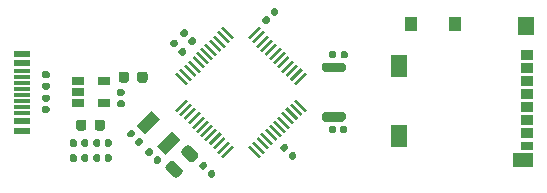
<source format=gbr>
%TF.GenerationSoftware,KiCad,Pcbnew,(5.1.6)-1*%
%TF.CreationDate,2022-07-30T19:59:52+08:00*%
%TF.ProjectId,cloneduino_zero,636c6f6e-6564-4756-996e-6f5f7a65726f,1.0*%
%TF.SameCoordinates,Original*%
%TF.FileFunction,Paste,Top*%
%TF.FilePolarity,Positive*%
%FSLAX46Y46*%
G04 Gerber Fmt 4.6, Leading zero omitted, Abs format (unit mm)*
G04 Created by KiCad (PCBNEW (5.1.6)-1) date 2022-07-30 19:59:52*
%MOMM*%
%LPD*%
G01*
G04 APERTURE LIST*
%ADD10C,0.100000*%
%ADD11R,1.060000X0.650000*%
%ADD12R,1.450000X0.600000*%
%ADD13R,1.450000X0.300000*%
%ADD14R,1.100000X0.850000*%
%ADD15R,1.100000X0.750000*%
%ADD16R,1.800000X1.170000*%
%ADD17R,1.350000X1.550000*%
%ADD18R,1.000000X1.200000*%
%ADD19R,1.350000X1.900000*%
G04 APERTURE END LIST*
%TO.C,C6*%
G36*
G01*
X61030500Y-97284250D02*
X61030500Y-96771750D01*
G75*
G02*
X61249250Y-96553000I218750J0D01*
G01*
X61686750Y-96553000D01*
G75*
G02*
X61905500Y-96771750I0J-218750D01*
G01*
X61905500Y-97284250D01*
G75*
G02*
X61686750Y-97503000I-218750J0D01*
G01*
X61249250Y-97503000D01*
G75*
G02*
X61030500Y-97284250I0J218750D01*
G01*
G37*
G36*
G01*
X59455500Y-97284250D02*
X59455500Y-96771750D01*
G75*
G02*
X59674250Y-96553000I218750J0D01*
G01*
X60111750Y-96553000D01*
G75*
G02*
X60330500Y-96771750I0J-218750D01*
G01*
X60330500Y-97284250D01*
G75*
G02*
X60111750Y-97503000I-218750J0D01*
G01*
X59674250Y-97503000D01*
G75*
G02*
X59455500Y-97284250I0J218750D01*
G01*
G37*
%TD*%
%TO.C,C8*%
G36*
G01*
X64637500Y-93220250D02*
X64637500Y-92707750D01*
G75*
G02*
X64856250Y-92489000I218750J0D01*
G01*
X65293750Y-92489000D01*
G75*
G02*
X65512500Y-92707750I0J-218750D01*
G01*
X65512500Y-93220250D01*
G75*
G02*
X65293750Y-93439000I-218750J0D01*
G01*
X64856250Y-93439000D01*
G75*
G02*
X64637500Y-93220250I0J218750D01*
G01*
G37*
G36*
G01*
X63062500Y-93220250D02*
X63062500Y-92707750D01*
G75*
G02*
X63281250Y-92489000I218750J0D01*
G01*
X63718750Y-92489000D01*
G75*
G02*
X63937500Y-92707750I0J-218750D01*
G01*
X63937500Y-93220250D01*
G75*
G02*
X63718750Y-93439000I-218750J0D01*
G01*
X63281250Y-93439000D01*
G75*
G02*
X63062500Y-93220250I0J218750D01*
G01*
G37*
%TD*%
%TO.C,C10*%
G36*
G01*
X64439428Y-98338379D02*
X64683380Y-98094428D01*
G75*
G02*
X64891976Y-98094428I104298J-104298D01*
G01*
X65100572Y-98303024D01*
G75*
G02*
X65100572Y-98511620I-104298J-104298D01*
G01*
X64856620Y-98755572D01*
G75*
G02*
X64648024Y-98755572I-104298J104298D01*
G01*
X64439428Y-98546976D01*
G75*
G02*
X64439428Y-98338380I104298J104298D01*
G01*
G37*
G36*
G01*
X63753534Y-97652485D02*
X63997486Y-97408534D01*
G75*
G02*
X64206082Y-97408534I104298J-104298D01*
G01*
X64414678Y-97617130D01*
G75*
G02*
X64414678Y-97825726I-104298J-104298D01*
G01*
X64170726Y-98069678D01*
G75*
G02*
X63962130Y-98069678I-104298J104298D01*
G01*
X63753534Y-97861082D01*
G75*
G02*
X63753534Y-97652486I104298J104298D01*
G01*
G37*
%TD*%
%TO.C,C3*%
G36*
G01*
X68097678Y-90205727D02*
X67853726Y-90449678D01*
G75*
G02*
X67645130Y-90449678I-104298J104298D01*
G01*
X67436534Y-90241082D01*
G75*
G02*
X67436534Y-90032486I104298J104298D01*
G01*
X67680486Y-89788534D01*
G75*
G02*
X67889082Y-89788534I104298J-104298D01*
G01*
X68097678Y-89997130D01*
G75*
G02*
X68097678Y-90205726I-104298J-104298D01*
G01*
G37*
G36*
G01*
X68783572Y-90891621D02*
X68539620Y-91135572D01*
G75*
G02*
X68331024Y-91135572I-104298J104298D01*
G01*
X68122428Y-90926976D01*
G75*
G02*
X68122428Y-90718380I104298J104298D01*
G01*
X68366380Y-90474428D01*
G75*
G02*
X68574976Y-90474428I104298J-104298D01*
G01*
X68783572Y-90683024D01*
G75*
G02*
X68783572Y-90891620I-104298J-104298D01*
G01*
G37*
%TD*%
%TO.C,C1*%
G36*
G01*
X77444322Y-99532273D02*
X77688274Y-99288322D01*
G75*
G02*
X77896870Y-99288322I104298J-104298D01*
G01*
X78105466Y-99496918D01*
G75*
G02*
X78105466Y-99705514I-104298J-104298D01*
G01*
X77861514Y-99949466D01*
G75*
G02*
X77652918Y-99949466I-104298J104298D01*
G01*
X77444322Y-99740870D01*
G75*
G02*
X77444322Y-99532274I104298J104298D01*
G01*
G37*
G36*
G01*
X76758428Y-98846379D02*
X77002380Y-98602428D01*
G75*
G02*
X77210976Y-98602428I104298J-104298D01*
G01*
X77419572Y-98811024D01*
G75*
G02*
X77419572Y-99019620I-104298J-104298D01*
G01*
X77175620Y-99263572D01*
G75*
G02*
X76967024Y-99263572I-104298J104298D01*
G01*
X76758428Y-99054976D01*
G75*
G02*
X76758428Y-98846380I104298J104298D01*
G01*
G37*
%TD*%
D10*
%TO.C,U2*%
G36*
X68945179Y-93469211D02*
G01*
X68768402Y-93645988D01*
X67849163Y-92726749D01*
X68025940Y-92549972D01*
X68945179Y-93469211D01*
G37*
G36*
X69298732Y-93115658D02*
G01*
X69121955Y-93292435D01*
X68202716Y-92373196D01*
X68379493Y-92196419D01*
X69298732Y-93115658D01*
G37*
G36*
X69652286Y-92762104D02*
G01*
X69475509Y-92938881D01*
X68556270Y-92019642D01*
X68733047Y-91842865D01*
X69652286Y-92762104D01*
G37*
G36*
X70005839Y-92408551D02*
G01*
X69829062Y-92585328D01*
X68909823Y-91666089D01*
X69086600Y-91489312D01*
X70005839Y-92408551D01*
G37*
G36*
X70359392Y-92054998D02*
G01*
X70182615Y-92231775D01*
X69263376Y-91312536D01*
X69440153Y-91135759D01*
X70359392Y-92054998D01*
G37*
G36*
X70712946Y-91701444D02*
G01*
X70536169Y-91878221D01*
X69616930Y-90958982D01*
X69793707Y-90782205D01*
X70712946Y-91701444D01*
G37*
G36*
X71066499Y-91347891D02*
G01*
X70889722Y-91524668D01*
X69970483Y-90605429D01*
X70147260Y-90428652D01*
X71066499Y-91347891D01*
G37*
G36*
X71420053Y-90994337D02*
G01*
X71243276Y-91171114D01*
X70324037Y-90251875D01*
X70500814Y-90075098D01*
X71420053Y-90994337D01*
G37*
G36*
X71773606Y-90640784D02*
G01*
X71596829Y-90817561D01*
X70677590Y-89898322D01*
X70854367Y-89721545D01*
X71773606Y-90640784D01*
G37*
G36*
X72127159Y-90287231D02*
G01*
X71950382Y-90464008D01*
X71031143Y-89544769D01*
X71207920Y-89367992D01*
X72127159Y-90287231D01*
G37*
G36*
X72480713Y-89933677D02*
G01*
X72303936Y-90110454D01*
X71384697Y-89191215D01*
X71561474Y-89014438D01*
X72480713Y-89933677D01*
G37*
G36*
X72834266Y-89580124D02*
G01*
X72657489Y-89756901D01*
X71738250Y-88837662D01*
X71915027Y-88660885D01*
X72834266Y-89580124D01*
G37*
G36*
X74177769Y-89756901D02*
G01*
X74000992Y-89580124D01*
X74920231Y-88660885D01*
X75097008Y-88837662D01*
X74177769Y-89756901D01*
G37*
G36*
X74531322Y-90110454D02*
G01*
X74354545Y-89933677D01*
X75273784Y-89014438D01*
X75450561Y-89191215D01*
X74531322Y-90110454D01*
G37*
G36*
X74884876Y-90464008D02*
G01*
X74708099Y-90287231D01*
X75627338Y-89367992D01*
X75804115Y-89544769D01*
X74884876Y-90464008D01*
G37*
G36*
X75238429Y-90817561D02*
G01*
X75061652Y-90640784D01*
X75980891Y-89721545D01*
X76157668Y-89898322D01*
X75238429Y-90817561D01*
G37*
G36*
X75591982Y-91171114D02*
G01*
X75415205Y-90994337D01*
X76334444Y-90075098D01*
X76511221Y-90251875D01*
X75591982Y-91171114D01*
G37*
G36*
X75945536Y-91524668D02*
G01*
X75768759Y-91347891D01*
X76687998Y-90428652D01*
X76864775Y-90605429D01*
X75945536Y-91524668D01*
G37*
G36*
X76299089Y-91878221D02*
G01*
X76122312Y-91701444D01*
X77041551Y-90782205D01*
X77218328Y-90958982D01*
X76299089Y-91878221D01*
G37*
G36*
X76652643Y-92231775D02*
G01*
X76475866Y-92054998D01*
X77395105Y-91135759D01*
X77571882Y-91312536D01*
X76652643Y-92231775D01*
G37*
G36*
X77006196Y-92585328D02*
G01*
X76829419Y-92408551D01*
X77748658Y-91489312D01*
X77925435Y-91666089D01*
X77006196Y-92585328D01*
G37*
G36*
X77359749Y-92938881D02*
G01*
X77182972Y-92762104D01*
X78102211Y-91842865D01*
X78278988Y-92019642D01*
X77359749Y-92938881D01*
G37*
G36*
X77713303Y-93292435D02*
G01*
X77536526Y-93115658D01*
X78455765Y-92196419D01*
X78632542Y-92373196D01*
X77713303Y-93292435D01*
G37*
G36*
X78066856Y-93645988D02*
G01*
X77890079Y-93469211D01*
X78809318Y-92549972D01*
X78986095Y-92726749D01*
X78066856Y-93645988D01*
G37*
G36*
X78986095Y-95731953D02*
G01*
X78809318Y-95908730D01*
X77890079Y-94989491D01*
X78066856Y-94812714D01*
X78986095Y-95731953D01*
G37*
G36*
X78632542Y-96085506D02*
G01*
X78455765Y-96262283D01*
X77536526Y-95343044D01*
X77713303Y-95166267D01*
X78632542Y-96085506D01*
G37*
G36*
X78278988Y-96439060D02*
G01*
X78102211Y-96615837D01*
X77182972Y-95696598D01*
X77359749Y-95519821D01*
X78278988Y-96439060D01*
G37*
G36*
X77925435Y-96792613D02*
G01*
X77748658Y-96969390D01*
X76829419Y-96050151D01*
X77006196Y-95873374D01*
X77925435Y-96792613D01*
G37*
G36*
X77571882Y-97146166D02*
G01*
X77395105Y-97322943D01*
X76475866Y-96403704D01*
X76652643Y-96226927D01*
X77571882Y-97146166D01*
G37*
G36*
X77218328Y-97499720D02*
G01*
X77041551Y-97676497D01*
X76122312Y-96757258D01*
X76299089Y-96580481D01*
X77218328Y-97499720D01*
G37*
G36*
X76864775Y-97853273D02*
G01*
X76687998Y-98030050D01*
X75768759Y-97110811D01*
X75945536Y-96934034D01*
X76864775Y-97853273D01*
G37*
G36*
X76511221Y-98206827D02*
G01*
X76334444Y-98383604D01*
X75415205Y-97464365D01*
X75591982Y-97287588D01*
X76511221Y-98206827D01*
G37*
G36*
X76157668Y-98560380D02*
G01*
X75980891Y-98737157D01*
X75061652Y-97817918D01*
X75238429Y-97641141D01*
X76157668Y-98560380D01*
G37*
G36*
X75804115Y-98913933D02*
G01*
X75627338Y-99090710D01*
X74708099Y-98171471D01*
X74884876Y-97994694D01*
X75804115Y-98913933D01*
G37*
G36*
X75450561Y-99267487D02*
G01*
X75273784Y-99444264D01*
X74354545Y-98525025D01*
X74531322Y-98348248D01*
X75450561Y-99267487D01*
G37*
G36*
X75097008Y-99621040D02*
G01*
X74920231Y-99797817D01*
X74000992Y-98878578D01*
X74177769Y-98701801D01*
X75097008Y-99621040D01*
G37*
G36*
X71915027Y-99797817D02*
G01*
X71738250Y-99621040D01*
X72657489Y-98701801D01*
X72834266Y-98878578D01*
X71915027Y-99797817D01*
G37*
G36*
X71561474Y-99444264D02*
G01*
X71384697Y-99267487D01*
X72303936Y-98348248D01*
X72480713Y-98525025D01*
X71561474Y-99444264D01*
G37*
G36*
X71207920Y-99090710D02*
G01*
X71031143Y-98913933D01*
X71950382Y-97994694D01*
X72127159Y-98171471D01*
X71207920Y-99090710D01*
G37*
G36*
X70854367Y-98737157D02*
G01*
X70677590Y-98560380D01*
X71596829Y-97641141D01*
X71773606Y-97817918D01*
X70854367Y-98737157D01*
G37*
G36*
X70500814Y-98383604D02*
G01*
X70324037Y-98206827D01*
X71243276Y-97287588D01*
X71420053Y-97464365D01*
X70500814Y-98383604D01*
G37*
G36*
X70147260Y-98030050D02*
G01*
X69970483Y-97853273D01*
X70889722Y-96934034D01*
X71066499Y-97110811D01*
X70147260Y-98030050D01*
G37*
G36*
X69793707Y-97676497D02*
G01*
X69616930Y-97499720D01*
X70536169Y-96580481D01*
X70712946Y-96757258D01*
X69793707Y-97676497D01*
G37*
G36*
X69440153Y-97322943D02*
G01*
X69263376Y-97146166D01*
X70182615Y-96226927D01*
X70359392Y-96403704D01*
X69440153Y-97322943D01*
G37*
G36*
X69086600Y-96969390D02*
G01*
X68909823Y-96792613D01*
X69829062Y-95873374D01*
X70005839Y-96050151D01*
X69086600Y-96969390D01*
G37*
G36*
X68733047Y-96615837D02*
G01*
X68556270Y-96439060D01*
X69475509Y-95519821D01*
X69652286Y-95696598D01*
X68733047Y-96615837D01*
G37*
G36*
X68379493Y-96262283D02*
G01*
X68202716Y-96085506D01*
X69121955Y-95166267D01*
X69298732Y-95343044D01*
X68379493Y-96262283D01*
G37*
G36*
X68025940Y-95908730D02*
G01*
X67849163Y-95731953D01*
X68768402Y-94812714D01*
X68945179Y-94989491D01*
X68025940Y-95908730D01*
G37*
%TD*%
%TO.C,Y1*%
G36*
X68299949Y-98269157D02*
G01*
X67027157Y-99541949D01*
X66320051Y-98834843D01*
X67592843Y-97562051D01*
X68299949Y-98269157D01*
G37*
G36*
X66532183Y-96501391D02*
G01*
X65259391Y-97774183D01*
X64552285Y-97067077D01*
X65825077Y-95794285D01*
X66532183Y-96501391D01*
G37*
%TD*%
D11*
%TO.C,U1*%
X61806000Y-93284000D03*
X61806000Y-95184000D03*
X59606000Y-95184000D03*
X59606000Y-94234000D03*
X59606000Y-93284000D03*
%TD*%
%TO.C,R2*%
G36*
G01*
X59903000Y-98724500D02*
X59903000Y-98379500D01*
G75*
G02*
X60050500Y-98232000I147500J0D01*
G01*
X60345500Y-98232000D01*
G75*
G02*
X60493000Y-98379500I0J-147500D01*
G01*
X60493000Y-98724500D01*
G75*
G02*
X60345500Y-98872000I-147500J0D01*
G01*
X60050500Y-98872000D01*
G75*
G02*
X59903000Y-98724500I0J147500D01*
G01*
G37*
G36*
G01*
X58933000Y-98724500D02*
X58933000Y-98379500D01*
G75*
G02*
X59080500Y-98232000I147500J0D01*
G01*
X59375500Y-98232000D01*
G75*
G02*
X59523000Y-98379500I0J-147500D01*
G01*
X59523000Y-98724500D01*
G75*
G02*
X59375500Y-98872000I-147500J0D01*
G01*
X59080500Y-98872000D01*
G75*
G02*
X58933000Y-98724500I0J147500D01*
G01*
G37*
%TD*%
%TO.C,D1*%
G36*
G01*
X61509000Y-99649500D02*
X61509000Y-99994500D01*
G75*
G02*
X61361500Y-100142000I-147500J0D01*
G01*
X61066500Y-100142000D01*
G75*
G02*
X60919000Y-99994500I0J147500D01*
G01*
X60919000Y-99649500D01*
G75*
G02*
X61066500Y-99502000I147500J0D01*
G01*
X61361500Y-99502000D01*
G75*
G02*
X61509000Y-99649500I0J-147500D01*
G01*
G37*
G36*
G01*
X62479000Y-99649500D02*
X62479000Y-99994500D01*
G75*
G02*
X62331500Y-100142000I-147500J0D01*
G01*
X62036500Y-100142000D01*
G75*
G02*
X61889000Y-99994500I0J147500D01*
G01*
X61889000Y-99649500D01*
G75*
G02*
X62036500Y-99502000I147500J0D01*
G01*
X62331500Y-99502000D01*
G75*
G02*
X62479000Y-99649500I0J-147500D01*
G01*
G37*
%TD*%
%TO.C,R1*%
G36*
G01*
X59523000Y-99649500D02*
X59523000Y-99994500D01*
G75*
G02*
X59375500Y-100142000I-147500J0D01*
G01*
X59080500Y-100142000D01*
G75*
G02*
X58933000Y-99994500I0J147500D01*
G01*
X58933000Y-99649500D01*
G75*
G02*
X59080500Y-99502000I147500J0D01*
G01*
X59375500Y-99502000D01*
G75*
G02*
X59523000Y-99649500I0J-147500D01*
G01*
G37*
G36*
G01*
X60493000Y-99649500D02*
X60493000Y-99994500D01*
G75*
G02*
X60345500Y-100142000I-147500J0D01*
G01*
X60050500Y-100142000D01*
G75*
G02*
X59903000Y-99994500I0J147500D01*
G01*
X59903000Y-99649500D01*
G75*
G02*
X60050500Y-99502000I147500J0D01*
G01*
X60345500Y-99502000D01*
G75*
G02*
X60493000Y-99649500I0J-147500D01*
G01*
G37*
%TD*%
%TO.C,C2*%
G36*
G01*
X76164273Y-87782678D02*
X75920322Y-87538726D01*
G75*
G02*
X75920322Y-87330130I104298J104298D01*
G01*
X76128918Y-87121534D01*
G75*
G02*
X76337514Y-87121534I104298J-104298D01*
G01*
X76581466Y-87365486D01*
G75*
G02*
X76581466Y-87574082I-104298J-104298D01*
G01*
X76372870Y-87782678D01*
G75*
G02*
X76164274Y-87782678I-104298J104298D01*
G01*
G37*
G36*
G01*
X75478379Y-88468572D02*
X75234428Y-88224620D01*
G75*
G02*
X75234428Y-88016024I104298J104298D01*
G01*
X75443024Y-87807428D01*
G75*
G02*
X75651620Y-87807428I104298J-104298D01*
G01*
X75895572Y-88051380D01*
G75*
G02*
X75895572Y-88259976I-104298J-104298D01*
G01*
X75686976Y-88468572D01*
G75*
G02*
X75478380Y-88468572I-104298J104298D01*
G01*
G37*
%TD*%
%TO.C,R5*%
G36*
G01*
X81471000Y-90886500D02*
X81471000Y-91231500D01*
G75*
G02*
X81323500Y-91379000I-147500J0D01*
G01*
X81028500Y-91379000D01*
G75*
G02*
X80881000Y-91231500I0J147500D01*
G01*
X80881000Y-90886500D01*
G75*
G02*
X81028500Y-90739000I147500J0D01*
G01*
X81323500Y-90739000D01*
G75*
G02*
X81471000Y-90886500I0J-147500D01*
G01*
G37*
G36*
G01*
X82441000Y-90886500D02*
X82441000Y-91231500D01*
G75*
G02*
X82293500Y-91379000I-147500J0D01*
G01*
X81998500Y-91379000D01*
G75*
G02*
X81851000Y-91231500I0J147500D01*
G01*
X81851000Y-90886500D01*
G75*
G02*
X81998500Y-90739000I147500J0D01*
G01*
X82293500Y-90739000D01*
G75*
G02*
X82441000Y-90886500I0J-147500D01*
G01*
G37*
%TD*%
%TO.C,C7*%
G36*
G01*
X63418500Y-94552000D02*
X63073500Y-94552000D01*
G75*
G02*
X62926000Y-94404500I0J147500D01*
G01*
X62926000Y-94109500D01*
G75*
G02*
X63073500Y-93962000I147500J0D01*
G01*
X63418500Y-93962000D01*
G75*
G02*
X63566000Y-94109500I0J-147500D01*
G01*
X63566000Y-94404500D01*
G75*
G02*
X63418500Y-94552000I-147500J0D01*
G01*
G37*
G36*
G01*
X63418500Y-95522000D02*
X63073500Y-95522000D01*
G75*
G02*
X62926000Y-95374500I0J147500D01*
G01*
X62926000Y-95079500D01*
G75*
G02*
X63073500Y-94932000I147500J0D01*
G01*
X63418500Y-94932000D01*
G75*
G02*
X63566000Y-95079500I0J-147500D01*
G01*
X63566000Y-95374500D01*
G75*
G02*
X63418500Y-95522000I-147500J0D01*
G01*
G37*
%TD*%
%TO.C,C4*%
G36*
G01*
X70586322Y-101056273D02*
X70830274Y-100812322D01*
G75*
G02*
X71038870Y-100812322I104298J-104298D01*
G01*
X71247466Y-101020918D01*
G75*
G02*
X71247466Y-101229514I-104298J-104298D01*
G01*
X71003514Y-101473466D01*
G75*
G02*
X70794918Y-101473466I-104298J104298D01*
G01*
X70586322Y-101264870D01*
G75*
G02*
X70586322Y-101056274I104298J104298D01*
G01*
G37*
G36*
G01*
X69900428Y-100370379D02*
X70144380Y-100126428D01*
G75*
G02*
X70352976Y-100126428I104298J-104298D01*
G01*
X70561572Y-100335024D01*
G75*
G02*
X70561572Y-100543620I-104298J-104298D01*
G01*
X70317620Y-100787572D01*
G75*
G02*
X70109024Y-100787572I-104298J104298D01*
G01*
X69900428Y-100578976D01*
G75*
G02*
X69900428Y-100370380I104298J104298D01*
G01*
G37*
%TD*%
%TO.C,C9*%
G36*
G01*
X81448000Y-97236500D02*
X81448000Y-97581500D01*
G75*
G02*
X81300500Y-97729000I-147500J0D01*
G01*
X81005500Y-97729000D01*
G75*
G02*
X80858000Y-97581500I0J147500D01*
G01*
X80858000Y-97236500D01*
G75*
G02*
X81005500Y-97089000I147500J0D01*
G01*
X81300500Y-97089000D01*
G75*
G02*
X81448000Y-97236500I0J-147500D01*
G01*
G37*
G36*
G01*
X82418000Y-97236500D02*
X82418000Y-97581500D01*
G75*
G02*
X82270500Y-97729000I-147500J0D01*
G01*
X81975500Y-97729000D01*
G75*
G02*
X81828000Y-97581500I0J147500D01*
G01*
X81828000Y-97236500D01*
G75*
G02*
X81975500Y-97089000I147500J0D01*
G01*
X82270500Y-97089000D01*
G75*
G02*
X82418000Y-97236500I0J-147500D01*
G01*
G37*
%TD*%
%TO.C,R3*%
G36*
G01*
X57068500Y-94021000D02*
X56723500Y-94021000D01*
G75*
G02*
X56576000Y-93873500I0J147500D01*
G01*
X56576000Y-93578500D01*
G75*
G02*
X56723500Y-93431000I147500J0D01*
G01*
X57068500Y-93431000D01*
G75*
G02*
X57216000Y-93578500I0J-147500D01*
G01*
X57216000Y-93873500D01*
G75*
G02*
X57068500Y-94021000I-147500J0D01*
G01*
G37*
G36*
G01*
X57068500Y-93051000D02*
X56723500Y-93051000D01*
G75*
G02*
X56576000Y-92903500I0J147500D01*
G01*
X56576000Y-92608500D01*
G75*
G02*
X56723500Y-92461000I147500J0D01*
G01*
X57068500Y-92461000D01*
G75*
G02*
X57216000Y-92608500I0J-147500D01*
G01*
X57216000Y-92903500D01*
G75*
G02*
X57068500Y-93051000I-147500J0D01*
G01*
G37*
%TD*%
%TO.C,R4*%
G36*
G01*
X56723500Y-95417000D02*
X57068500Y-95417000D01*
G75*
G02*
X57216000Y-95564500I0J-147500D01*
G01*
X57216000Y-95859500D01*
G75*
G02*
X57068500Y-96007000I-147500J0D01*
G01*
X56723500Y-96007000D01*
G75*
G02*
X56576000Y-95859500I0J147500D01*
G01*
X56576000Y-95564500D01*
G75*
G02*
X56723500Y-95417000I147500J0D01*
G01*
G37*
G36*
G01*
X56723500Y-94447000D02*
X57068500Y-94447000D01*
G75*
G02*
X57216000Y-94594500I0J-147500D01*
G01*
X57216000Y-94889500D01*
G75*
G02*
X57068500Y-95037000I-147500J0D01*
G01*
X56723500Y-95037000D01*
G75*
G02*
X56576000Y-94889500I0J147500D01*
G01*
X56576000Y-94594500D01*
G75*
G02*
X56723500Y-94447000I147500J0D01*
G01*
G37*
%TD*%
%TO.C,C11*%
G36*
G01*
X65989572Y-99400621D02*
X65745620Y-99644572D01*
G75*
G02*
X65537024Y-99644572I-104298J104298D01*
G01*
X65328428Y-99435976D01*
G75*
G02*
X65328428Y-99227380I104298J104298D01*
G01*
X65572380Y-98983428D01*
G75*
G02*
X65780976Y-98983428I104298J-104298D01*
G01*
X65989572Y-99192024D01*
G75*
G02*
X65989572Y-99400620I-104298J-104298D01*
G01*
G37*
G36*
G01*
X66675466Y-100086515D02*
X66431514Y-100330466D01*
G75*
G02*
X66222918Y-100330466I-104298J104298D01*
G01*
X66014322Y-100121870D01*
G75*
G02*
X66014322Y-99913274I104298J104298D01*
G01*
X66258274Y-99669322D01*
G75*
G02*
X66466870Y-99669322I104298J-104298D01*
G01*
X66675466Y-99877918D01*
G75*
G02*
X66675466Y-100086514I-104298J-104298D01*
G01*
G37*
%TD*%
D12*
%TO.C,J1*%
X54845000Y-97484000D03*
X54845000Y-96684000D03*
X54845000Y-91784000D03*
X54845000Y-90984000D03*
X54845000Y-90984000D03*
X54845000Y-91784000D03*
X54845000Y-96684000D03*
X54845000Y-97484000D03*
D13*
X54845000Y-92484000D03*
X54845000Y-92984000D03*
X54845000Y-93484000D03*
X54845000Y-94484000D03*
X54845000Y-94984000D03*
X54845000Y-95484000D03*
X54845000Y-95984000D03*
X54845000Y-93984000D03*
%TD*%
%TO.C,C5*%
G36*
G01*
X68948625Y-89316727D02*
X68704673Y-89560678D01*
G75*
G02*
X68496077Y-89560678I-104298J104298D01*
G01*
X68287481Y-89352082D01*
G75*
G02*
X68287481Y-89143486I104298J104298D01*
G01*
X68531433Y-88899534D01*
G75*
G02*
X68740029Y-88899534I104298J-104298D01*
G01*
X68948625Y-89108130D01*
G75*
G02*
X68948625Y-89316726I-104298J-104298D01*
G01*
G37*
G36*
G01*
X69634519Y-90002621D02*
X69390567Y-90246572D01*
G75*
G02*
X69181971Y-90246572I-104298J104298D01*
G01*
X68973375Y-90037976D01*
G75*
G02*
X68973375Y-89829380I104298J104298D01*
G01*
X69217327Y-89585428D01*
G75*
G02*
X69425923Y-89585428I104298J-104298D01*
G01*
X69634519Y-89794024D01*
G75*
G02*
X69634519Y-90002620I-104298J-104298D01*
G01*
G37*
%TD*%
%TO.C,SW1*%
G36*
G01*
X80480000Y-91734000D02*
X82080000Y-91734000D01*
G75*
G02*
X82280000Y-91934000I0J-200000D01*
G01*
X82280000Y-92334000D01*
G75*
G02*
X82080000Y-92534000I-200000J0D01*
G01*
X80480000Y-92534000D01*
G75*
G02*
X80280000Y-92334000I0J200000D01*
G01*
X80280000Y-91934000D01*
G75*
G02*
X80480000Y-91734000I200000J0D01*
G01*
G37*
G36*
G01*
X80480000Y-95934000D02*
X82080000Y-95934000D01*
G75*
G02*
X82280000Y-96134000I0J-200000D01*
G01*
X82280000Y-96534000D01*
G75*
G02*
X82080000Y-96734000I-200000J0D01*
G01*
X80480000Y-96734000D01*
G75*
G02*
X80280000Y-96534000I0J200000D01*
G01*
X80280000Y-96134000D01*
G75*
G02*
X80480000Y-95934000I200000J0D01*
G01*
G37*
%TD*%
D14*
%TO.C,J2*%
X97652000Y-91129000D03*
D15*
X97652000Y-98779000D03*
D14*
X97652000Y-92229000D03*
X97652000Y-93329000D03*
X97652000Y-94429000D03*
X97652000Y-95529000D03*
X97652000Y-96629000D03*
X97652000Y-97729000D03*
D16*
X97302000Y-99989000D03*
D17*
X97527000Y-88669000D03*
D18*
X87802000Y-88494000D03*
X91502000Y-88494000D03*
D19*
X86827000Y-91994000D03*
X86827000Y-97964000D03*
%TD*%
%TO.C,D2*%
G36*
G01*
X61509000Y-98379500D02*
X61509000Y-98724500D01*
G75*
G02*
X61361500Y-98872000I-147500J0D01*
G01*
X61066500Y-98872000D01*
G75*
G02*
X60919000Y-98724500I0J147500D01*
G01*
X60919000Y-98379500D01*
G75*
G02*
X61066500Y-98232000I147500J0D01*
G01*
X61361500Y-98232000D01*
G75*
G02*
X61509000Y-98379500I0J-147500D01*
G01*
G37*
G36*
G01*
X62479000Y-98379500D02*
X62479000Y-98724500D01*
G75*
G02*
X62331500Y-98872000I-147500J0D01*
G01*
X62036500Y-98872000D01*
G75*
G02*
X61889000Y-98724500I0J147500D01*
G01*
X61889000Y-98379500D01*
G75*
G02*
X62036500Y-98232000I147500J0D01*
G01*
X62331500Y-98232000D01*
G75*
G02*
X62479000Y-98379500I0J-147500D01*
G01*
G37*
%TD*%
%TO.C,L1*%
G36*
G01*
X69065903Y-100108332D02*
X68420668Y-99463097D01*
G75*
G02*
X68420668Y-99118383I172357J172357D01*
G01*
X68765383Y-98773668D01*
G75*
G02*
X69110097Y-98773668I172357J-172357D01*
G01*
X69755332Y-99418903D01*
G75*
G02*
X69755332Y-99763617I-172357J-172357D01*
G01*
X69410617Y-100108332D01*
G75*
G02*
X69065903Y-100108332I-172357J172357D01*
G01*
G37*
G36*
G01*
X67740077Y-101434158D02*
X67094842Y-100788923D01*
G75*
G02*
X67094842Y-100444209I172357J172357D01*
G01*
X67439557Y-100099494D01*
G75*
G02*
X67784271Y-100099494I172357J-172357D01*
G01*
X68429506Y-100744729D01*
G75*
G02*
X68429506Y-101089443I-172357J-172357D01*
G01*
X68084791Y-101434158D01*
G75*
G02*
X67740077Y-101434158I-172357J172357D01*
G01*
G37*
%TD*%
M02*

</source>
